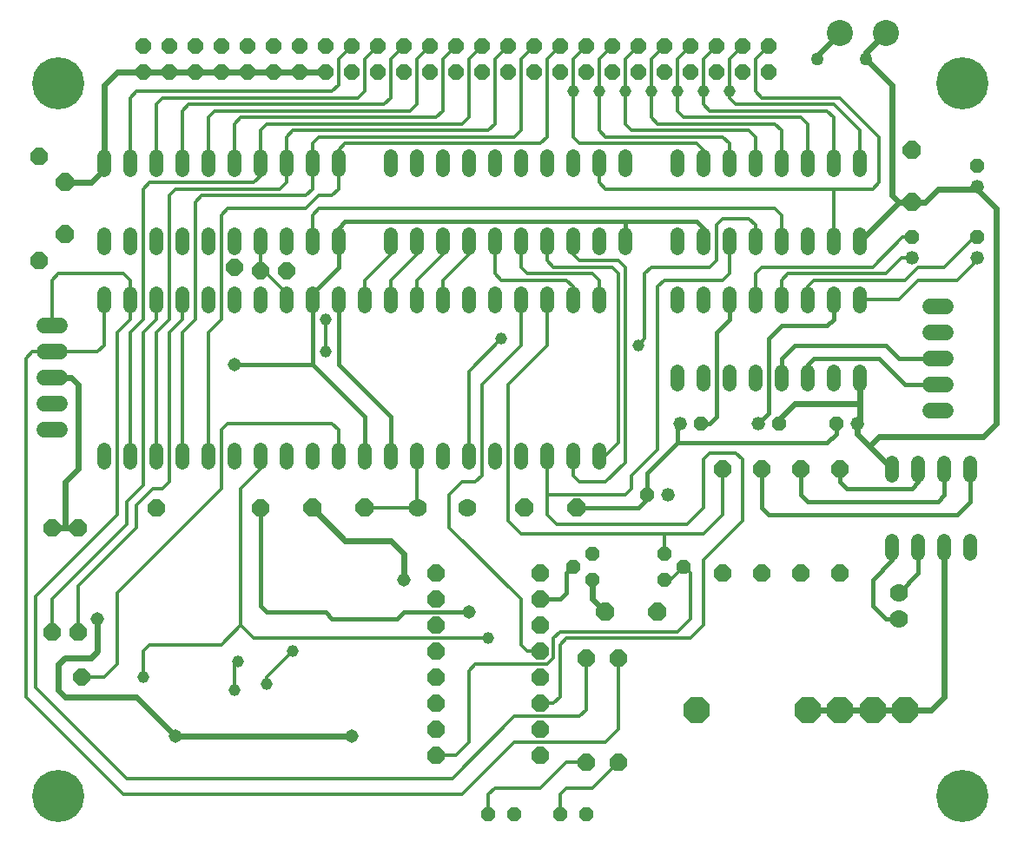
<source format=gbl>
G04 EAGLE Gerber RS-274X export*
G75*
%MOMM*%
%FSLAX34Y34*%
%LPD*%
%INBottom Copper*%
%IPPOS*%
%AMOC8*
5,1,8,0,0,1.08239X$1,22.5*%
G01*
%ADD10P,1.649562X8X202.500000*%
%ADD11C,1.320800*%
%ADD12C,1.778000*%
%ADD13P,2.749271X8X292.500000*%
%ADD14P,1.814519X8X292.500000*%
%ADD15P,1.814519X8X112.500000*%
%ADD16P,1.814519X8X202.500000*%
%ADD17P,1.814519X8X22.500000*%
%ADD18P,1.429621X8X292.500000*%
%ADD19P,1.429621X8X112.500000*%
%ADD20C,1.320800*%
%ADD21P,1.429621X8X22.500000*%
%ADD22P,1.429621X8X202.500000*%
%ADD23C,1.524000*%
%ADD24P,1.924489X8X112.500000*%
%ADD25P,1.924489X8X22.500000*%
%ADD26P,1.924489X8X202.500000*%
%ADD27P,1.787026X8X22.500000*%
%ADD28C,2.540000*%
%ADD29C,0.609600*%
%ADD30C,0.406400*%
%ADD31C,1.308000*%
%ADD32C,1.270000*%
%ADD33C,0.304800*%
%ADD34C,1.168400*%
%ADD35C,5.080000*%


D10*
X730250Y774700D03*
X730250Y749300D03*
X704850Y774700D03*
X704850Y749300D03*
X679450Y774700D03*
X679450Y749300D03*
X654050Y774700D03*
X654050Y749300D03*
X628650Y774700D03*
X628650Y749300D03*
X603250Y774700D03*
X603250Y749300D03*
X577850Y774700D03*
X577850Y749300D03*
X552450Y774700D03*
X552450Y749300D03*
X527050Y774700D03*
X527050Y749300D03*
X501650Y774700D03*
X501650Y749300D03*
X476250Y774700D03*
X476250Y749300D03*
X450850Y774700D03*
X450850Y749300D03*
X425450Y774700D03*
X425450Y749300D03*
X400050Y774700D03*
X400050Y749300D03*
X374650Y774700D03*
X374650Y749300D03*
X349250Y774700D03*
X349250Y749300D03*
X323850Y774700D03*
X323850Y749300D03*
X298450Y774700D03*
X298450Y749300D03*
X273050Y774700D03*
X273050Y749300D03*
X247650Y774700D03*
X247650Y749300D03*
X222250Y749300D03*
X222250Y774700D03*
X196850Y774700D03*
X171450Y774700D03*
X146050Y774700D03*
X146050Y749300D03*
X171450Y749300D03*
X196850Y749300D03*
X120650Y749300D03*
X120650Y774700D03*
D11*
X311150Y667004D02*
X311150Y653796D01*
X285750Y653796D02*
X285750Y667004D01*
X260350Y667004D02*
X260350Y653796D01*
X234950Y653796D02*
X234950Y667004D01*
X209550Y667004D02*
X209550Y653796D01*
X184150Y653796D02*
X184150Y667004D01*
X158750Y667004D02*
X158750Y653796D01*
X133350Y653796D02*
X133350Y667004D01*
X107950Y667004D02*
X107950Y653796D01*
X82550Y653796D02*
X82550Y667004D01*
X82550Y590804D02*
X82550Y577596D01*
X107950Y577596D02*
X107950Y590804D01*
X133350Y590804D02*
X133350Y577596D01*
X158750Y577596D02*
X158750Y590804D01*
X184150Y590804D02*
X184150Y577596D01*
X209550Y577596D02*
X209550Y590804D01*
X234950Y590804D02*
X234950Y577596D01*
X260350Y577596D02*
X260350Y590804D01*
X285750Y590804D02*
X285750Y577596D01*
X311150Y577596D02*
X311150Y590804D01*
X590550Y653796D02*
X590550Y667004D01*
X565150Y667004D02*
X565150Y653796D01*
X438150Y653796D02*
X438150Y667004D01*
X412750Y667004D02*
X412750Y653796D01*
X539750Y653796D02*
X539750Y667004D01*
X514350Y667004D02*
X514350Y653796D01*
X463550Y653796D02*
X463550Y667004D01*
X488950Y667004D02*
X488950Y653796D01*
X387350Y653796D02*
X387350Y667004D01*
X361950Y667004D02*
X361950Y653796D01*
X361950Y590804D02*
X361950Y577596D01*
X387350Y577596D02*
X387350Y590804D01*
X412750Y590804D02*
X412750Y577596D01*
X438150Y577596D02*
X438150Y590804D01*
X463550Y590804D02*
X463550Y577596D01*
X488950Y577596D02*
X488950Y590804D01*
X514350Y590804D02*
X514350Y577596D01*
X539750Y577596D02*
X539750Y590804D01*
X565150Y590804D02*
X565150Y577596D01*
X590550Y577596D02*
X590550Y590804D01*
X819150Y653796D02*
X819150Y667004D01*
X793750Y667004D02*
X793750Y653796D01*
X666750Y653796D02*
X666750Y667004D01*
X641350Y667004D02*
X641350Y653796D01*
X768350Y653796D02*
X768350Y667004D01*
X742950Y667004D02*
X742950Y653796D01*
X692150Y653796D02*
X692150Y667004D01*
X717550Y667004D02*
X717550Y653796D01*
X641350Y590804D02*
X641350Y577596D01*
X666750Y577596D02*
X666750Y590804D01*
X692150Y590804D02*
X692150Y577596D01*
X717550Y577596D02*
X717550Y590804D01*
X742950Y590804D02*
X742950Y577596D01*
X768350Y577596D02*
X768350Y590804D01*
X793750Y590804D02*
X793750Y577596D01*
X819150Y577596D02*
X819150Y590804D01*
X850900Y292354D02*
X850900Y279146D01*
X876300Y279146D02*
X876300Y292354D01*
X876300Y355346D02*
X876300Y368554D01*
X850900Y368554D02*
X850900Y355346D01*
X901700Y292354D02*
X901700Y279146D01*
X927100Y279146D02*
X927100Y292354D01*
X901700Y355346D02*
X901700Y368554D01*
X927100Y368554D02*
X927100Y355346D01*
D12*
X857250Y215900D03*
X857250Y241300D03*
D13*
X863600Y127000D03*
X660400Y127000D03*
X831850Y127000D03*
X800100Y127000D03*
X768350Y127000D03*
D14*
X762000Y361950D03*
X762000Y260350D03*
X723900Y361950D03*
X723900Y260350D03*
X800100Y361950D03*
X800100Y260350D03*
D15*
X31750Y203200D03*
X31750Y304800D03*
X57150Y203200D03*
X57150Y304800D03*
D16*
X508000Y234950D03*
X406400Y234950D03*
X508000Y107950D03*
X406400Y107950D03*
X508000Y158750D03*
X406400Y158750D03*
D17*
X406400Y82550D03*
X508000Y82550D03*
X133350Y323850D03*
X234950Y323850D03*
X406400Y260350D03*
X508000Y260350D03*
X406400Y184150D03*
X508000Y184150D03*
X406400Y133350D03*
X508000Y133350D03*
X406400Y209550D03*
X508000Y209550D03*
D18*
X628650Y279400D03*
X647700Y266700D03*
X628650Y254000D03*
D14*
X685800Y361950D03*
X685800Y260350D03*
D11*
X819150Y520446D02*
X819150Y533654D01*
X793750Y533654D02*
X793750Y520446D01*
X768350Y520446D02*
X768350Y533654D01*
X742950Y533654D02*
X742950Y520446D01*
X717550Y520446D02*
X717550Y533654D01*
X692150Y533654D02*
X692150Y520446D01*
X666750Y520446D02*
X666750Y533654D01*
X641350Y533654D02*
X641350Y520446D01*
X641350Y457454D02*
X641350Y444246D01*
X666750Y444246D02*
X666750Y457454D01*
X692150Y457454D02*
X692150Y444246D01*
X717550Y444246D02*
X717550Y457454D01*
X742950Y457454D02*
X742950Y444246D01*
X768350Y444246D02*
X768350Y457454D01*
X793750Y457454D02*
X793750Y444246D01*
X819150Y444246D02*
X819150Y457454D01*
D19*
X933450Y588010D03*
D20*
X933450Y567690D03*
D19*
X869950Y588010D03*
D20*
X869950Y567690D03*
D21*
X740410Y406400D03*
D20*
X720090Y406400D03*
D21*
X664210Y406400D03*
D20*
X643890Y406400D03*
D22*
X796290Y406400D03*
D20*
X816610Y406400D03*
D23*
X887730Y520700D02*
X902970Y520700D01*
X902970Y495300D02*
X887730Y495300D01*
X887730Y469900D02*
X902970Y469900D01*
X902970Y444500D02*
X887730Y444500D01*
X887730Y419100D02*
X902970Y419100D01*
D21*
X457200Y25400D03*
X482600Y25400D03*
X527050Y25400D03*
X552450Y25400D03*
D15*
X584200Y76200D03*
X584200Y177800D03*
X552450Y76200D03*
X552450Y177800D03*
D24*
X44450Y590550D03*
X44450Y641350D03*
D19*
X933450Y657860D03*
D20*
X933450Y637540D03*
D24*
X869950Y622300D03*
X869950Y673100D03*
D22*
X612140Y336550D03*
D20*
X632460Y336550D03*
D25*
X571500Y222250D03*
X622300Y222250D03*
D11*
X82550Y368046D02*
X82550Y381254D01*
X107950Y381254D02*
X107950Y368046D01*
X133350Y368046D02*
X133350Y381254D01*
X158750Y381254D02*
X158750Y368046D01*
X184150Y368046D02*
X184150Y381254D01*
X209550Y381254D02*
X209550Y368046D01*
X234950Y368046D02*
X234950Y381254D01*
X260350Y381254D02*
X260350Y368046D01*
X285750Y368046D02*
X285750Y381254D01*
X311150Y381254D02*
X311150Y368046D01*
X336550Y368046D02*
X336550Y381254D01*
X361950Y381254D02*
X361950Y368046D01*
X387350Y368046D02*
X387350Y381254D01*
X412750Y381254D02*
X412750Y368046D01*
X438150Y368046D02*
X438150Y381254D01*
X463550Y381254D02*
X463550Y368046D01*
X488950Y368046D02*
X488950Y381254D01*
X514350Y381254D02*
X514350Y368046D01*
X539750Y368046D02*
X539750Y381254D01*
X565150Y381254D02*
X565150Y368046D01*
X565150Y520446D02*
X565150Y533654D01*
X539750Y533654D02*
X539750Y520446D01*
X514350Y520446D02*
X514350Y533654D01*
X488950Y533654D02*
X488950Y520446D01*
X463550Y520446D02*
X463550Y533654D01*
X438150Y533654D02*
X438150Y520446D01*
X412750Y520446D02*
X412750Y533654D01*
X387350Y533654D02*
X387350Y520446D01*
X361950Y520446D02*
X361950Y533654D01*
X336550Y533654D02*
X336550Y520446D01*
X311150Y520446D02*
X311150Y533654D01*
X285750Y533654D02*
X285750Y520446D01*
X260350Y520446D02*
X260350Y533654D01*
X234950Y533654D02*
X234950Y520446D01*
X209550Y520446D02*
X209550Y533654D01*
X184150Y533654D02*
X184150Y520446D01*
X158750Y520446D02*
X158750Y533654D01*
X133350Y533654D02*
X133350Y520446D01*
X107950Y520446D02*
X107950Y533654D01*
X82550Y533654D02*
X82550Y520446D01*
D23*
X39370Y501650D02*
X24130Y501650D01*
X24130Y476250D02*
X39370Y476250D01*
X39370Y450850D02*
X24130Y450850D01*
X24130Y425450D02*
X39370Y425450D01*
X39370Y400050D02*
X24130Y400050D01*
D15*
X19050Y565150D03*
X19050Y666750D03*
D25*
X285750Y323850D03*
X336550Y323850D03*
D26*
X542925Y323850D03*
X492125Y323850D03*
D12*
X388620Y323850D03*
X436880Y323850D03*
D19*
X558800Y254000D03*
X539750Y266700D03*
X558800Y279400D03*
D27*
X209550Y558800D03*
X234950Y555625D03*
X260350Y555625D03*
X60325Y158750D03*
D28*
X844550Y787400D03*
X800100Y787400D03*
D29*
X146050Y749300D02*
X120650Y749300D01*
X146050Y749300D02*
X171450Y749300D01*
X196850Y749300D01*
X222250Y749300D01*
X247650Y749300D01*
X273050Y749300D01*
X298450Y749300D01*
X120650Y749300D02*
X95250Y749300D01*
X82550Y736600D01*
X82550Y660400D01*
X82550Y654050D01*
X69850Y641350D01*
X44450Y641350D01*
D30*
X311150Y527050D02*
X311150Y463550D01*
X361950Y412750D01*
X361950Y374650D01*
X787400Y387350D02*
X796290Y396240D01*
X787400Y387350D02*
X641350Y387350D01*
X641350Y403860D01*
X643890Y406400D01*
X612140Y358140D02*
X612140Y336550D01*
X612140Y358140D02*
X641350Y387350D01*
X612140Y336550D02*
X612140Y332740D01*
X603250Y323850D01*
X542925Y323850D01*
X527050Y234950D02*
X508000Y234950D01*
X527050Y234950D02*
X533400Y241300D01*
X533400Y260350D01*
X539750Y266700D01*
D31*
X374650Y254000D03*
D29*
X374650Y279400D01*
X361950Y292100D01*
X317500Y292100D01*
X285750Y323850D01*
X777875Y765175D02*
X800100Y787400D01*
X777875Y765175D02*
X777875Y762000D01*
D32*
X777875Y762000D03*
D30*
X796290Y406400D02*
X796290Y396240D01*
D31*
X323850Y101600D03*
D29*
X152090Y101600D01*
D31*
X152090Y101600D03*
X76200Y215900D03*
D29*
X76200Y184150D01*
X69850Y177800D01*
X44450Y177800D01*
X38100Y171450D01*
X38100Y146050D01*
X44450Y139700D01*
X113990Y139700D01*
X152090Y101600D01*
D33*
X838200Y641350D02*
X838200Y685800D01*
X838200Y641350D02*
X831850Y635000D01*
X793750Y635000D01*
X571500Y635000D01*
X565150Y641350D01*
X565150Y660400D01*
X793750Y635000D02*
X793750Y584200D01*
X838200Y685800D02*
X800100Y723900D01*
X723900Y723900D01*
X717550Y730250D01*
X717550Y762000D01*
X730250Y774700D01*
X692150Y723900D02*
X698500Y717550D01*
X692150Y723900D02*
X692150Y730250D01*
X692150Y762000D01*
X704850Y774700D01*
X698500Y717550D02*
X793750Y717550D01*
X819150Y692150D01*
X819150Y660400D01*
D34*
X692150Y730250D03*
D33*
X793750Y704850D02*
X793750Y660400D01*
X793750Y704850D02*
X787400Y711200D01*
X673100Y711200D01*
X666750Y717550D01*
X666750Y730250D02*
X666750Y762000D01*
X679450Y774700D01*
D34*
X666750Y730250D03*
D33*
X666750Y717550D01*
X768350Y698500D02*
X768350Y660400D01*
X768350Y698500D02*
X762000Y704850D01*
X647700Y704850D01*
X641350Y711200D01*
X641350Y730250D01*
X641350Y762000D01*
X654050Y774700D01*
D34*
X641350Y730250D03*
D33*
X742950Y692150D02*
X742950Y660400D01*
X742950Y692150D02*
X736600Y698500D01*
X622300Y698500D01*
X615950Y704850D01*
X615950Y730250D01*
X615950Y762000D01*
X628650Y774700D01*
D34*
X615950Y730250D03*
D33*
X717550Y685800D02*
X717550Y660400D01*
X717550Y685800D02*
X711200Y692150D01*
X596900Y692150D01*
X590550Y698500D01*
X590550Y730250D01*
X590550Y762000D01*
X603250Y774700D01*
D34*
X590550Y730250D03*
D33*
X692150Y679450D02*
X692150Y660400D01*
X692150Y679450D02*
X685800Y685800D01*
X571500Y685800D01*
X565150Y692150D01*
X565150Y730250D01*
X565150Y762000D01*
X577850Y774700D01*
D34*
X565150Y730250D03*
D33*
X666750Y673100D02*
X666750Y660400D01*
X666750Y673100D02*
X660400Y679450D01*
X546100Y679450D01*
X539750Y685800D01*
X539750Y730250D01*
X539750Y762000D01*
X552450Y774700D01*
D34*
X539750Y730250D03*
D33*
X311150Y673100D02*
X311150Y660400D01*
X311150Y673100D02*
X317500Y679450D01*
X508000Y679450D01*
X514350Y685800D01*
X514350Y762000D01*
X527050Y774700D01*
X184150Y495300D02*
X184150Y374650D01*
X184150Y495300D02*
X196850Y508000D01*
X196850Y609600D01*
X203200Y615950D01*
X279400Y615950D01*
X292100Y628650D01*
X304800Y628650D01*
X311150Y635000D01*
X311150Y660400D01*
X285750Y660400D02*
X285750Y679450D01*
X292100Y685800D01*
X482600Y685800D01*
X488950Y692150D01*
X488950Y762000D01*
X501650Y774700D01*
X158750Y495300D02*
X158750Y374650D01*
X158750Y495300D02*
X171450Y508000D01*
X171450Y622300D01*
X177800Y628650D01*
X279400Y628650D01*
X285750Y635000D01*
X285750Y660400D01*
X260350Y660400D02*
X260350Y685800D01*
X266700Y692150D01*
X457200Y692150D01*
X463550Y698500D01*
X463550Y762000D01*
X476250Y774700D01*
X133350Y495300D02*
X133350Y374650D01*
X133350Y495300D02*
X146050Y508000D01*
X146050Y628650D01*
X152400Y635000D01*
X254000Y635000D01*
X260350Y641350D01*
X260350Y660400D01*
X234950Y660400D02*
X234950Y692150D01*
X241300Y698500D01*
X431800Y698500D01*
X438150Y704850D01*
X438150Y762000D01*
X450850Y774700D01*
X107950Y495300D02*
X107950Y374650D01*
X107950Y495300D02*
X120650Y508000D01*
X120650Y635000D01*
X127000Y641350D01*
X228600Y641350D01*
X234950Y647700D01*
X234950Y660400D01*
X209550Y660400D02*
X209550Y698500D01*
X215900Y704850D01*
X406400Y704850D01*
X412750Y711200D01*
X412750Y762000D01*
X425450Y774700D01*
X184150Y704850D02*
X184150Y660400D01*
X184150Y704850D02*
X190500Y711200D01*
X381000Y711200D01*
X387350Y717550D01*
X387350Y762000D01*
X400050Y774700D01*
X158750Y711200D02*
X158750Y660400D01*
X158750Y711200D02*
X165100Y717550D01*
X355600Y717550D01*
X361950Y723900D01*
X361950Y762000D01*
X374650Y774700D01*
X133350Y717550D02*
X133350Y660400D01*
X133350Y717550D02*
X139700Y723900D01*
X330200Y723900D01*
X336550Y730250D01*
X336550Y762000D01*
X349250Y774700D01*
X107950Y723900D02*
X107950Y660400D01*
X107950Y723900D02*
X114300Y730250D01*
X304800Y730250D01*
X311150Y736600D01*
X311150Y762000D01*
X323850Y774700D01*
D34*
X298450Y476250D03*
D33*
X298450Y508000D01*
D34*
X298450Y508000D03*
D33*
X234950Y555625D02*
X234950Y584200D01*
X234950Y555625D02*
X238125Y555625D01*
X260350Y533400D01*
X260350Y527050D01*
D30*
X666750Y584200D02*
X666750Y596900D01*
X660400Y603250D01*
X590550Y603250D01*
X317500Y603250D01*
X311150Y596900D01*
X311150Y584200D01*
X590550Y584200D02*
X590550Y603250D01*
D29*
X819150Y450850D02*
X819150Y425450D01*
X819150Y408940D01*
X816610Y406400D01*
X816610Y396240D01*
X828675Y384175D01*
X850900Y361950D01*
X740410Y406400D02*
X740410Y410210D01*
X755650Y425450D01*
X819150Y425450D01*
X819150Y584200D02*
X857250Y622300D01*
X869950Y622300D01*
X882650Y622300D01*
X895350Y635000D01*
X930910Y635000D01*
D30*
X933450Y637540D01*
X933450Y635000D01*
D29*
X952500Y615950D01*
X952500Y406400D01*
X939800Y393700D01*
X838200Y393700D01*
X828675Y384175D01*
X50800Y450850D02*
X31750Y450850D01*
X50800Y450850D02*
X57150Y444500D01*
X57150Y361950D01*
X44450Y349250D01*
X44450Y304800D01*
D30*
X285750Y463550D02*
X285750Y527050D01*
X285750Y463550D02*
X336550Y412750D01*
X336550Y374650D01*
X285750Y527050D02*
X285750Y533400D01*
X311150Y558800D01*
X311150Y584200D01*
X285750Y463550D02*
X209550Y463550D01*
D31*
X209550Y463550D03*
D29*
X57150Y304800D02*
X44450Y304800D01*
X31750Y304800D01*
X850900Y628650D02*
X857250Y622300D01*
D32*
X825500Y762000D03*
D29*
X825500Y768350D01*
X844550Y787400D01*
X850900Y736600D02*
X850900Y628650D01*
X850900Y736600D02*
X825500Y762000D01*
D33*
X539750Y374650D02*
X539750Y355600D01*
X546100Y349250D01*
X571500Y349250D01*
X590550Y368300D01*
X590550Y558800D01*
X584200Y565150D01*
X546100Y565150D01*
X539750Y571500D01*
X539750Y584200D01*
X565150Y374650D02*
X571500Y374650D01*
X584200Y387350D01*
X584200Y552450D01*
X577850Y558800D01*
X520700Y558800D01*
X514350Y565150D01*
X514350Y584200D01*
X565150Y546100D02*
X565150Y527050D01*
X565150Y546100D02*
X558800Y552450D01*
X495300Y552450D01*
X488950Y558800D01*
X488950Y584200D01*
X539750Y539750D02*
X539750Y527050D01*
X539750Y539750D02*
X533400Y546100D01*
X469900Y546100D01*
X463550Y552450D01*
X463550Y584200D01*
X412750Y546100D02*
X412750Y527050D01*
X412750Y546100D02*
X438150Y571500D01*
X438150Y584200D01*
X387350Y546100D02*
X387350Y527050D01*
X387350Y546100D02*
X412750Y571500D01*
X412750Y584200D01*
X361950Y546100D02*
X361950Y527050D01*
X361950Y546100D02*
X387350Y571500D01*
X387350Y584200D01*
X336550Y546100D02*
X336550Y527050D01*
X336550Y546100D02*
X361950Y571500D01*
X361950Y584200D01*
X488950Y527050D02*
X488950Y482600D01*
X450850Y444500D01*
X450850Y355600D01*
X444500Y349250D01*
X431800Y349250D01*
X419100Y336550D01*
X419100Y304800D01*
X488950Y234950D01*
X488950Y190500D01*
X495300Y184150D01*
X508000Y184150D01*
X514350Y336550D02*
X514350Y374650D01*
X514350Y336550D02*
X514350Y317500D01*
X523875Y307975D01*
X650875Y307975D01*
X666750Y323850D01*
X666750Y371475D01*
X673100Y377825D01*
X698500Y377825D01*
X704850Y371475D01*
X704850Y311150D01*
X666750Y273050D01*
X666750Y209550D01*
X654050Y196850D01*
X533400Y196850D01*
X527050Y190500D01*
X527050Y139700D01*
X520700Y133350D01*
X508000Y133350D01*
X692150Y552450D02*
X692150Y584200D01*
X692150Y552450D02*
X685800Y546100D01*
X628650Y546100D01*
X622300Y539750D01*
X622300Y381000D01*
X596900Y355600D01*
X596900Y342900D01*
X590550Y336550D01*
X514350Y336550D01*
X717550Y584200D02*
X717550Y600075D01*
X711200Y606425D01*
X685800Y606425D01*
X679450Y600075D01*
X679450Y565150D01*
X673100Y558800D01*
X615950Y558800D01*
X609600Y552450D01*
X609600Y488950D01*
X438150Y457200D02*
X438150Y374650D01*
X438150Y457200D02*
X469900Y488950D01*
D34*
X469900Y488950D03*
X603250Y482600D03*
D33*
X609600Y488950D01*
X285750Y584200D02*
X285750Y609600D01*
X292100Y615950D01*
X736600Y615950D01*
X742950Y609600D01*
X742950Y584200D01*
D30*
X850900Y285750D02*
X850900Y273050D01*
X831850Y254000D01*
X831850Y228600D01*
X844550Y215900D01*
X857250Y215900D01*
X876300Y260350D02*
X876300Y285750D01*
X876300Y260350D02*
X857250Y241300D01*
X876300Y349250D02*
X876300Y361950D01*
X876300Y349250D02*
X869950Y342900D01*
X806450Y342900D01*
X800100Y349250D01*
X800100Y361950D01*
X901700Y361950D02*
X901700Y336550D01*
X895350Y330200D01*
X768350Y330200D01*
X762000Y336550D01*
X762000Y361950D01*
X927100Y361950D02*
X927100Y330200D01*
X914400Y317500D01*
X730250Y317500D01*
X723900Y323850D01*
X723900Y361950D01*
D29*
X863600Y127000D02*
X889000Y127000D01*
X901700Y139700D01*
X901700Y285750D01*
X863600Y127000D02*
X831850Y127000D01*
X800100Y127000D01*
X768350Y127000D01*
D33*
X158750Y508000D02*
X158750Y527050D01*
X158750Y508000D02*
X146050Y495300D01*
X146050Y349250D01*
X139700Y342900D01*
X130175Y342900D01*
X114300Y327025D01*
X114300Y304800D01*
X57150Y247650D01*
X57150Y203200D01*
X133350Y508000D02*
X133350Y527050D01*
X133350Y508000D02*
X120650Y495300D01*
X120650Y346075D01*
X104775Y330200D01*
X104775Y307975D01*
X31750Y234950D01*
X31750Y203200D01*
X406400Y82550D02*
X425450Y82550D01*
X438150Y95250D01*
X438150Y165100D01*
X444500Y171450D01*
X514350Y171450D01*
X520700Y177800D01*
X520700Y196850D01*
X527050Y203200D01*
X641350Y203200D01*
X654050Y215900D01*
X654050Y260350D01*
X647700Y266700D01*
X635000Y254000D02*
X628650Y254000D01*
X635000Y254000D02*
X647700Y266700D01*
D34*
X241300Y152400D03*
D33*
X241300Y158750D01*
X266700Y184150D01*
D34*
X266700Y184150D03*
X209550Y146050D03*
D33*
X209550Y171450D01*
X212725Y174625D01*
D34*
X212725Y174625D03*
D29*
X558800Y234950D02*
X558800Y254000D01*
X558800Y234950D02*
X571500Y222250D01*
D30*
X241300Y222250D02*
X234950Y228600D01*
X241300Y222250D02*
X298450Y222250D01*
X304800Y215900D01*
X368300Y215900D01*
X374650Y222250D01*
X438150Y222250D01*
D31*
X438150Y222250D03*
D30*
X234950Y228600D02*
X234950Y323850D01*
D33*
X514350Y482600D02*
X514350Y527050D01*
X514350Y482600D02*
X476250Y444500D01*
X476250Y311150D01*
X488950Y298450D01*
X628650Y298450D01*
X628650Y279400D01*
X628650Y298450D02*
X666750Y298450D01*
X685800Y317500D01*
X685800Y361950D01*
X234950Y361950D02*
X234950Y374650D01*
X234950Y361950D02*
X215900Y342900D01*
X215900Y209550D01*
X228600Y196850D01*
X457200Y196850D01*
D34*
X457200Y196850D03*
X120650Y158750D03*
D33*
X120650Y184150D01*
X127000Y190500D01*
X196850Y190500D01*
X215900Y209550D01*
D30*
X692150Y508000D02*
X692150Y527050D01*
X692150Y508000D02*
X679450Y495300D01*
X679450Y412750D01*
X673100Y406400D01*
X664210Y406400D01*
X793750Y508000D02*
X793750Y527050D01*
X793750Y508000D02*
X787400Y501650D01*
X742950Y501650D01*
X730250Y488950D01*
X730250Y416560D01*
X720090Y406400D01*
D33*
X930910Y588010D02*
X933450Y588010D01*
X930910Y588010D02*
X901700Y558800D01*
X876300Y558800D01*
X863600Y546100D01*
X774700Y546100D01*
X768350Y539750D01*
X768350Y527050D01*
X933450Y565150D02*
X933450Y567690D01*
X933450Y565150D02*
X914400Y546100D01*
X876300Y546100D01*
X857250Y527050D01*
X819150Y527050D01*
X859790Y567690D02*
X869950Y567690D01*
X859790Y567690D02*
X844550Y552450D01*
X749300Y552450D01*
X742950Y546100D01*
X742950Y527050D01*
X861060Y588010D02*
X869950Y588010D01*
X861060Y588010D02*
X831850Y558800D01*
X723900Y558800D01*
X717550Y552450D01*
X717550Y527050D01*
X584200Y76200D02*
X558800Y50800D01*
X533400Y50800D01*
X527050Y44450D01*
X527050Y25400D01*
X533400Y76200D02*
X552450Y76200D01*
X533400Y76200D02*
X508000Y50800D01*
X463550Y50800D01*
X457200Y44450D01*
X457200Y25400D01*
X107950Y527050D02*
X107950Y546100D01*
X101600Y552450D01*
X38100Y552450D01*
X31750Y546100D01*
X31750Y501650D01*
X107950Y508000D02*
X107950Y527050D01*
X107950Y508000D02*
X95250Y495300D01*
X95250Y317500D01*
X15875Y238125D01*
X552450Y177800D02*
X552450Y127000D01*
X546100Y120650D01*
X482600Y120650D01*
X422275Y60325D01*
X104775Y60325D01*
X15875Y149225D01*
X15875Y238125D01*
X82550Y482600D02*
X82550Y527050D01*
X82550Y482600D02*
X76200Y476250D01*
X31750Y476250D01*
X584200Y177800D02*
X584200Y107950D01*
X571500Y95250D01*
X482600Y95250D01*
X431800Y44450D01*
X101600Y44450D01*
X6350Y139700D01*
X6350Y469900D01*
X12700Y476250D01*
X31750Y476250D01*
X311150Y400050D02*
X311150Y374650D01*
X311150Y400050D02*
X304800Y406400D01*
X203200Y406400D01*
X196850Y400050D01*
X196850Y342900D01*
X95250Y241300D01*
X95250Y171450D01*
X82550Y158750D01*
X60325Y158750D01*
X336550Y323850D02*
X388620Y323850D01*
X387350Y325120D02*
X387350Y374650D01*
X387350Y325120D02*
X388620Y323850D01*
D30*
X857250Y469900D02*
X895350Y469900D01*
X857250Y469900D02*
X844550Y482600D01*
X755650Y482600D01*
X742950Y469900D01*
X742950Y450850D01*
X863600Y444500D02*
X895350Y444500D01*
X863600Y444500D02*
X838200Y469900D01*
X774700Y469900D01*
X768350Y463550D01*
X768350Y450850D01*
D35*
X38100Y43180D03*
X38100Y738505D03*
X919480Y43180D03*
X919480Y738505D03*
M02*

</source>
